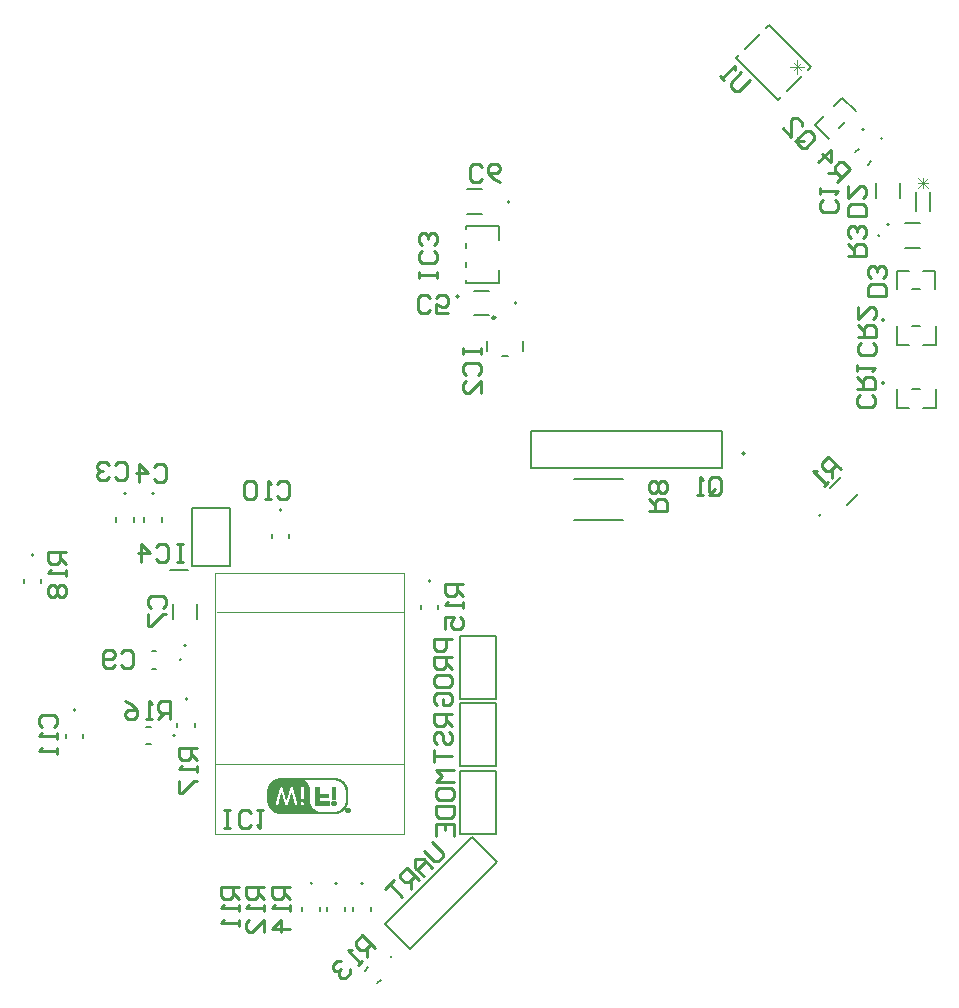
<source format=gbo>
G04 Layer_Color=32896*
%FSLAX44Y44*%
%MOMM*%
G71*
G01*
G75*
%ADD47C,0.2540*%
%ADD48C,0.1524*%
%ADD49C,0.1500*%
%ADD50C,0.2500*%
%ADD51C,0.1000*%
%ADD52C,0.0127*%
%ADD53C,0.2000*%
%ADD54C,0.0762*%
D47*
X218000Y275000D02*
Y290235D01*
X210382D01*
X207843Y287696D01*
Y282617D01*
X210382Y280078D01*
X218000D01*
X212922D02*
X207843Y275000D01*
X202765D02*
X197687D01*
X200226D01*
Y290235D01*
X202765Y287696D01*
X179912Y290235D02*
X184991Y287696D01*
X190069Y282617D01*
Y277539D01*
X187530Y275000D01*
X182451D01*
X179912Y277539D01*
Y280078D01*
X182451Y282617D01*
X190069D01*
X110304Y267843D02*
X107765Y270382D01*
Y275461D01*
X110304Y278000D01*
X120461D01*
X123000Y275461D01*
Y270382D01*
X120461Y267843D01*
X123000Y262765D02*
Y257687D01*
Y260226D01*
X107765D01*
X110304Y262765D01*
X123000Y250069D02*
Y244991D01*
Y247530D01*
X107765D01*
X110304Y250069D01*
X783000Y730000D02*
X793773Y740773D01*
X788386Y746159D01*
X784796D01*
X781205Y742568D01*
Y738977D01*
X786591Y733591D01*
X783000Y737182D02*
X775818D01*
X766841Y746159D02*
X777614Y756932D01*
Y746159D01*
X770432Y753341D01*
X171843Y489696D02*
X174382Y492235D01*
X179461D01*
X182000Y489696D01*
Y479539D01*
X179461Y477000D01*
X174382D01*
X171843Y479539D01*
X166765Y489696D02*
X164226Y492235D01*
X159147D01*
X156608Y489696D01*
Y487157D01*
X159147Y484618D01*
X161687D01*
X159147D01*
X156608Y482078D01*
Y479539D01*
X159147Y477000D01*
X164226D01*
X166765Y479539D01*
X204843Y488696D02*
X207383Y491235D01*
X212461D01*
X215000Y488696D01*
Y478539D01*
X212461Y476000D01*
X207383D01*
X204843Y478539D01*
X192147Y476000D02*
Y491235D01*
X199765Y483618D01*
X189608D01*
X176843Y330696D02*
X179382Y333235D01*
X184461D01*
X187000Y330696D01*
Y320539D01*
X184461Y318000D01*
X179382D01*
X176843Y320539D01*
X171765D02*
X169226Y318000D01*
X164147D01*
X161608Y320539D01*
Y330696D01*
X164147Y333235D01*
X169226D01*
X171765Y330696D01*
Y328157D01*
X169226Y325617D01*
X161608D01*
X309317Y473664D02*
X311856Y476203D01*
X316935D01*
X319474Y473664D01*
Y463507D01*
X316935Y460968D01*
X311856D01*
X309317Y463507D01*
X304239Y460968D02*
X299161D01*
X301700D01*
Y476203D01*
X304239Y473664D01*
X291543D02*
X289004Y476203D01*
X283925D01*
X281386Y473664D01*
Y463507D01*
X283925Y460968D01*
X289004D01*
X291543Y463507D01*
Y473664D01*
X241000Y250000D02*
X225765D01*
Y242383D01*
X228304Y239843D01*
X233382D01*
X235922Y242383D01*
Y250000D01*
Y244922D02*
X241000Y239843D01*
Y234765D02*
Y229687D01*
Y232226D01*
X225765D01*
X228304Y234765D01*
X225765Y222069D02*
Y211912D01*
X228304D01*
X238461Y222069D01*
X241000D01*
X130000Y416000D02*
X114765D01*
Y408382D01*
X117304Y405843D01*
X122382D01*
X124922Y408382D01*
Y416000D01*
Y410922D02*
X130000Y405843D01*
Y400765D02*
Y395687D01*
Y398226D01*
X114765D01*
X117304Y400765D01*
Y388069D02*
X114765Y385530D01*
Y380452D01*
X117304Y377912D01*
X119843D01*
X122382Y380452D01*
X124922Y377912D01*
X127461D01*
X130000Y380452D01*
Y385530D01*
X127461Y388069D01*
X124922D01*
X122382Y385530D01*
X119843Y388069D01*
X117304D01*
X122382Y385530D02*
Y380452D01*
X320000Y133000D02*
X304765D01*
Y125382D01*
X307304Y122843D01*
X312383D01*
X314922Y125382D01*
Y133000D01*
Y127922D02*
X320000Y122843D01*
Y117765D02*
Y112687D01*
Y115226D01*
X304765D01*
X307304Y117765D01*
X320000Y97451D02*
X304765D01*
X312383Y105069D01*
Y94912D01*
X392000Y81000D02*
X381227Y91773D01*
X375841Y86386D01*
Y82795D01*
X379432Y79205D01*
X383023D01*
X388409Y84591D01*
X384818Y81000D02*
Y73818D01*
X381227Y70227D02*
X377636Y66636D01*
X379432Y68432D01*
X368659Y79205D01*
X372250D01*
X363273Y70227D02*
X359682D01*
X356091Y66636D01*
Y63045D01*
X357886Y61250D01*
X361477D01*
X363273Y63045D01*
X361477Y61250D01*
Y57659D01*
X363273Y55863D01*
X366863D01*
X370454Y59454D01*
Y63045D01*
X466000Y389000D02*
X450765D01*
Y381382D01*
X453304Y378843D01*
X458382D01*
X460922Y381382D01*
Y389000D01*
Y383922D02*
X466000Y378843D01*
Y373765D02*
Y368687D01*
Y371226D01*
X450765D01*
X453304Y373765D01*
X450765Y350912D02*
Y361069D01*
X458382D01*
X455843Y355991D01*
Y353451D01*
X458382Y350912D01*
X463461D01*
X466000Y353451D01*
Y358530D01*
X463461Y361069D01*
X277000Y133000D02*
X261765D01*
Y125382D01*
X264304Y122843D01*
X269382D01*
X271922Y125382D01*
Y133000D01*
Y127922D02*
X277000Y122843D01*
Y117765D02*
Y112687D01*
Y115226D01*
X261765D01*
X264304Y117765D01*
X277000Y105069D02*
Y99991D01*
Y102530D01*
X261765D01*
X264304Y105069D01*
X298000Y133000D02*
X282765D01*
Y125382D01*
X285304Y122843D01*
X290382D01*
X292922Y125382D01*
Y133000D01*
Y127922D02*
X298000Y122843D01*
Y117765D02*
Y112687D01*
Y115226D01*
X282765D01*
X285304Y117765D01*
X298000Y94912D02*
Y105069D01*
X287843Y94912D01*
X285304D01*
X282765Y97451D01*
Y102530D01*
X285304Y105069D01*
X457500Y342500D02*
X442265D01*
Y334883D01*
X444804Y332343D01*
X449883D01*
X452422Y334883D01*
Y342500D01*
X457500Y327265D02*
X442265D01*
Y319647D01*
X444804Y317108D01*
X449883D01*
X452422Y319647D01*
Y327265D01*
Y322187D02*
X457500Y317108D01*
X442265Y304412D02*
Y309491D01*
X444804Y312030D01*
X454961D01*
X457500Y309491D01*
Y304412D01*
X454961Y301873D01*
X444804D01*
X442265Y304412D01*
X444804Y286638D02*
X442265Y289177D01*
Y294256D01*
X444804Y296795D01*
X454961D01*
X457500Y294256D01*
Y289177D01*
X454961Y286638D01*
X449883D01*
Y291716D01*
X264000Y182769D02*
X269078D01*
X266539D01*
Y198004D01*
X264000D01*
X269078D01*
X286852Y185308D02*
X284313Y182769D01*
X279235D01*
X276696Y185308D01*
Y195465D01*
X279235Y198004D01*
X284313D01*
X286852Y195465D01*
X291931Y198004D02*
X297009D01*
X294470D01*
Y182769D01*
X291931Y185308D01*
X459000Y232000D02*
X443765D01*
X448843Y226922D01*
X443765Y221843D01*
X459000D01*
X443765Y209147D02*
Y214226D01*
X446304Y216765D01*
X456461D01*
X459000Y214226D01*
Y209147D01*
X456461Y206608D01*
X446304D01*
X443765Y209147D01*
Y201530D02*
X459000D01*
Y193912D01*
X456461Y191373D01*
X446304D01*
X443765Y193912D01*
Y201530D01*
Y176138D02*
Y186295D01*
X459000D01*
Y176138D01*
X451382Y186295D02*
Y181216D01*
X457000Y279000D02*
X441765D01*
Y271383D01*
X444304Y268843D01*
X449383D01*
X451922Y271383D01*
Y279000D01*
Y273922D02*
X457000Y268843D01*
X444304Y253608D02*
X441765Y256147D01*
Y261226D01*
X444304Y263765D01*
X446843D01*
X449383Y261226D01*
Y256147D01*
X451922Y253608D01*
X454461D01*
X457000Y256147D01*
Y261226D01*
X454461Y263765D01*
X441765Y248530D02*
Y238373D01*
Y243451D01*
X457000D01*
X781696Y714157D02*
X784235Y711618D01*
Y706539D01*
X781696Y704000D01*
X771539D01*
X769000Y706539D01*
Y711618D01*
X771539Y714157D01*
X769000Y719235D02*
Y724313D01*
Y721774D01*
X784235D01*
X781696Y719235D01*
X440227Y170773D02*
X449204Y161796D01*
Y158204D01*
X445614Y154614D01*
X442023D01*
X433045Y163591D01*
X440227Y149227D02*
X433045Y156409D01*
X425863D01*
X425863Y149227D01*
X433045Y142045D01*
X427659Y147432D01*
X434841Y154614D01*
X429454Y138454D02*
X418681Y149227D01*
X413295Y143841D01*
Y140250D01*
X416886Y136659D01*
X420477D01*
X425863Y142045D01*
X422272Y138454D02*
Y131272D01*
X407909Y138454D02*
X400727Y131272D01*
X404318Y134863D01*
X415091Y124091D01*
X709270Y815643D02*
X700293Y806665D01*
X696702D01*
X693111Y810257D01*
Y813847D01*
X702088Y822825D01*
X687725Y815643D02*
X684134Y819234D01*
X685929Y817438D01*
X696702Y828211D01*
Y824620D01*
X624000Y451000D02*
X639235D01*
Y458618D01*
X636696Y461157D01*
X631618D01*
X629078Y458618D01*
Y451000D01*
Y456078D02*
X624000Y461157D01*
X636696Y466235D02*
X639235Y468774D01*
Y473853D01*
X636696Y476392D01*
X634157D01*
X631618Y473853D01*
X629078Y476392D01*
X626539D01*
X624000Y473853D01*
Y468774D01*
X626539Y466235D01*
X629078D01*
X631618Y468774D01*
X634157Y466235D01*
X636696D01*
X631618Y468774D02*
Y473853D01*
X792000Y667000D02*
X807235D01*
Y674617D01*
X804696Y677157D01*
X799617D01*
X797078Y674617D01*
Y667000D01*
Y672078D02*
X792000Y677157D01*
X804696Y682235D02*
X807235Y684774D01*
Y689853D01*
X804696Y692392D01*
X802157D01*
X799617Y689853D01*
Y687313D01*
Y689853D01*
X797078Y692392D01*
X794539D01*
X792000Y689853D01*
Y684774D01*
X794539Y682235D01*
X786172Y486385D02*
X775399Y497158D01*
X770012Y491771D01*
Y488180D01*
X773603Y484589D01*
X777194D01*
X782581Y489976D01*
X778990Y486385D02*
Y479203D01*
X775399Y475612D02*
X771808Y472021D01*
X773603Y473816D01*
X762831Y484589D01*
X766421D01*
X749614Y765977D02*
X756795Y773159D01*
X760386D01*
X763977Y769568D01*
Y765977D01*
X756796Y758795D01*
X753204D01*
X749614Y762386D01*
X755000Y764182D02*
X747818D01*
X749614Y762386D02*
Y765977D01*
X737045Y774955D02*
X744227Y767773D01*
Y782137D01*
X746023Y783932D01*
X749614D01*
X753204Y780341D01*
Y776750D01*
X674843Y467539D02*
Y477696D01*
X677383Y480235D01*
X682461D01*
X685000Y477696D01*
Y467539D01*
X682461Y465000D01*
X677383D01*
X679922Y470078D02*
X674843Y465000D01*
X677383D02*
X674843Y467539D01*
X669765Y465000D02*
X664687D01*
X667226D01*
Y480235D01*
X669765Y477696D01*
X444235Y648000D02*
Y653078D01*
Y650539D01*
X429000D01*
Y648000D01*
Y653078D01*
X441696Y670853D02*
X444235Y668313D01*
Y663235D01*
X441696Y660696D01*
X431539D01*
X429000Y663235D01*
Y668313D01*
X431539Y670853D01*
X441696Y675931D02*
X444235Y678470D01*
Y683549D01*
X441696Y686088D01*
X439157D01*
X436618Y683549D01*
Y681009D01*
Y683549D01*
X434078Y686088D01*
X431539D01*
X429000Y683549D01*
Y678470D01*
X431539Y675931D01*
X466765Y589000D02*
Y583922D01*
Y586461D01*
X482000D01*
Y589000D01*
Y583922D01*
X469304Y566147D02*
X466765Y568687D01*
Y573765D01*
X469304Y576304D01*
X479461D01*
X482000Y573765D01*
Y568687D01*
X479461Y566147D01*
X482000Y550912D02*
Y561069D01*
X471843Y550912D01*
X469304D01*
X466765Y553451D01*
Y558530D01*
X469304Y561069D01*
X824735Y633000D02*
X809500D01*
Y640618D01*
X812039Y643157D01*
X822196D01*
X824735Y640618D01*
Y633000D01*
X822196Y648235D02*
X824735Y650774D01*
Y655853D01*
X822196Y658392D01*
X819657D01*
X817117Y655853D01*
Y653313D01*
Y655853D01*
X814578Y658392D01*
X812039D01*
X809500Y655853D01*
Y650774D01*
X812039Y648235D01*
X807235Y701000D02*
X792000D01*
Y708617D01*
X794539Y711157D01*
X804696D01*
X807235Y708617D01*
Y701000D01*
X792000Y726392D02*
Y716235D01*
X802157Y726392D01*
X804696D01*
X807235Y723853D01*
Y718774D01*
X804696Y716235D01*
X812696Y549157D02*
X815235Y546618D01*
Y541539D01*
X812696Y539000D01*
X802539D01*
X800000Y541539D01*
Y546618D01*
X802539Y549157D01*
X800000Y554235D02*
X815235D01*
Y561853D01*
X812696Y564392D01*
X807617D01*
X805078Y561853D01*
Y554235D01*
Y559313D02*
X800000Y564392D01*
Y569470D02*
Y574548D01*
Y572009D01*
X815235D01*
X812696Y569470D01*
X202304Y368843D02*
X199765Y371382D01*
Y376461D01*
X202304Y379000D01*
X212461D01*
X215000Y376461D01*
Y371382D01*
X212461Y368843D01*
X199765Y363765D02*
Y353608D01*
X202304D01*
X212461Y363765D01*
X215000D01*
X482157Y732304D02*
X479618Y729765D01*
X474539D01*
X472000Y732304D01*
Y742461D01*
X474539Y745000D01*
X479618D01*
X482157Y742461D01*
X497392Y729765D02*
X492313Y732304D01*
X487235Y737383D01*
Y742461D01*
X489774Y745000D01*
X494853D01*
X497392Y742461D01*
Y739922D01*
X494853Y737383D01*
X487235D01*
X438157Y621304D02*
X435617Y618765D01*
X430539D01*
X428000Y621304D01*
Y631461D01*
X430539Y634000D01*
X435617D01*
X438157Y631461D01*
X453392Y618765D02*
X443235D01*
Y626382D01*
X448313Y623843D01*
X450853D01*
X453392Y626382D01*
Y631461D01*
X450853Y634000D01*
X445774D01*
X443235Y631461D01*
X813696Y593157D02*
X816235Y590617D01*
Y585539D01*
X813696Y583000D01*
X803539D01*
X801000Y585539D01*
Y590617D01*
X803539Y593157D01*
X801000Y598235D02*
X816235D01*
Y605853D01*
X813696Y608392D01*
X808617D01*
X806078Y605853D01*
Y598235D01*
Y603313D02*
X801000Y608392D01*
Y623627D02*
Y613470D01*
X811157Y623627D01*
X813696D01*
X816235Y621088D01*
Y616009D01*
X813696Y613470D01*
X229000Y423235D02*
X223922D01*
X226461D01*
Y408000D01*
X229000D01*
X223922D01*
X206147Y420696D02*
X208687Y423235D01*
X213765D01*
X216304Y420696D01*
Y410539D01*
X213765Y408000D01*
X208687D01*
X206147Y410539D01*
X193451Y408000D02*
Y423235D01*
X201069Y415617D01*
X190912D01*
D48*
X222677Y261000D02*
G03*
X222677Y261000I-762J0D01*
G01*
X138262Y282415D02*
G03*
X138262Y282415I-762J0D01*
G01*
X821508Y766496D02*
G03*
X821508Y766496I-762J0D01*
G01*
X180762Y465915D02*
G03*
X180762Y465915I-762J0D01*
G01*
X204762D02*
G03*
X204762Y465915I-762J0D01*
G01*
X227677Y325000D02*
G03*
X227677Y325000I-762J0D01*
G01*
X312762Y451915D02*
G03*
X312762Y451915I-762J0D01*
G01*
X232762Y291915D02*
G03*
X232762Y291915I-762J0D01*
G01*
X102762Y413915D02*
G03*
X102762Y413915I-762J0D01*
G01*
X381762Y135915D02*
G03*
X381762Y135915I-762J0D01*
G01*
X406258Y73496D02*
G03*
X406258Y73496I-762J0D01*
G01*
X438762Y391915D02*
G03*
X438762Y391915I-762J0D01*
G01*
X338762Y135915D02*
G03*
X338762Y135915I-762J0D01*
G01*
X359762D02*
G03*
X359762Y135915I-762J0D01*
G01*
X769327Y447565D02*
G03*
X769327Y447565I-762J0D01*
G01*
X705295Y500000D02*
G03*
X705295Y500000I-1270J0D01*
G01*
X505662Y713000D02*
G03*
X505662Y713000I-762J0D01*
G01*
X463061Y632313D02*
G03*
X463061Y632313I-1270J0D01*
G01*
X511662Y627000D02*
G03*
X511662Y627000I-762J0D01*
G01*
X826762Y693600D02*
G03*
X826762Y693600I-762J0D01*
G01*
X819112Y684250D02*
G03*
X819112Y684250I-762J0D01*
G01*
X805911Y773821D02*
G03*
X805911Y773821I-762J0D01*
G01*
X823330Y559544D02*
G03*
X823330Y559544I-1270J0D01*
G01*
Y613044D02*
G03*
X823330Y613044I-1270J0D01*
G01*
X231762Y337100D02*
G03*
X231762Y337100I-762J0D01*
G01*
X198123Y268493D02*
X201877D01*
X198123Y253507D02*
X201877D01*
X130007Y258622D02*
Y262377D01*
X144993Y258622D02*
Y262377D01*
X798624Y754971D02*
X801279Y757626D01*
X809221Y744374D02*
X811876Y747029D01*
X172507Y442122D02*
Y445877D01*
X187493Y442122D02*
Y445877D01*
X196507Y442122D02*
Y445877D01*
X211493Y442122D02*
Y445877D01*
X203123Y332493D02*
X206877D01*
X203123Y317507D02*
X206877D01*
X304507Y428122D02*
Y431878D01*
X319493Y428122D02*
Y431878D01*
X224507Y268123D02*
Y271877D01*
X239493Y268123D02*
Y271877D01*
X94507Y390122D02*
Y393877D01*
X109493Y390122D02*
Y393877D01*
X373507Y115878D02*
X373507Y112122D01*
X388493Y115878D02*
X388493Y112122D01*
X383374Y61971D02*
X386029Y64626D01*
X393971Y51374D02*
X396626Y54029D01*
X430507Y371878D02*
X430507Y368122D01*
X445493Y371878D02*
X445493Y368122D01*
X330507Y112122D02*
Y115878D01*
X345493Y112122D02*
Y115878D01*
X351507Y112122D02*
Y115878D01*
X366493Y112122D02*
Y115878D01*
X723004Y860168D02*
X725572Y862736D01*
X697553Y834718D02*
X733295Y798976D01*
X697553Y834718D02*
X700121Y837286D01*
X725572Y862736D02*
X761313Y826995D01*
X758745Y824427D02*
X761313Y826995D01*
X740785Y806466D02*
X753823Y819505D01*
X733295Y798976D02*
X735863Y801544D01*
X705043Y842208D02*
X718082Y855246D01*
X777255Y470803D02*
X786197Y479745D01*
X791803Y456255D02*
X800745Y465197D01*
X560200Y443728D02*
X601800Y443728D01*
X560200Y478272D02*
X601800Y478272D01*
X685600Y487300D02*
Y519050D01*
X524310D02*
X685600D01*
X524310Y487300D02*
Y519050D01*
Y487300D02*
X685600D01*
X469678Y723287D02*
X482323D01*
X469678Y702713D02*
X482323D01*
X497224Y643743D02*
Y655279D01*
X468776Y643743D02*
Y646560D01*
Y692257D02*
X497224D01*
Y680721D02*
Y692257D01*
X468776Y643743D02*
X497224D01*
X468776Y658040D02*
Y661879D01*
Y674121D02*
Y677960D01*
Y689440D02*
Y692257D01*
X475677Y616713D02*
X488322D01*
X475677Y637287D02*
X488322D01*
X836287Y716178D02*
Y728822D01*
X815713Y716178D02*
Y728822D01*
X865748Y639191D02*
Y654685D01*
X834252Y654685D02*
X843879Y654685D01*
X834252Y639191D02*
Y654685D01*
X846621Y639191D02*
X853379D01*
X856121Y654685D02*
X865748Y654685D01*
X840928Y673963D02*
X853572D01*
X840928Y694537D02*
X853572D01*
X780184Y793858D02*
X787408Y801082D01*
X785123Y775449D02*
X790051Y780377D01*
X764418Y778092D02*
X776092Y766418D01*
X764418Y778092D02*
X771642Y785316D01*
X787408Y801082D02*
X799082Y789408D01*
X833490Y554591D02*
X833490Y538081D01*
X856167D02*
X866510D01*
X866510Y554591D01*
X846667D02*
X853333D01*
X833490Y538081D02*
X843833D01*
X833490Y608091D02*
X833490Y591581D01*
X856167D02*
X866510D01*
X866510Y608091D01*
X846667D02*
X853333D01*
X833490Y591581D02*
X843833D01*
X861715Y705253D02*
Y720747D01*
X850285Y705253D02*
Y720747D01*
X241287Y359678D02*
Y372323D01*
X220713Y359678D02*
Y372323D01*
D49*
X494250Y291850D02*
X494250Y345200D01*
X464250Y345200D02*
X494250Y345200D01*
X464250Y291850D02*
Y345200D01*
Y291850D02*
X494250D01*
X494250Y177750D02*
Y231100D01*
X464250D02*
X494250D01*
X464250Y177750D02*
Y231100D01*
Y177750D02*
X494250D01*
X494250Y234850D02*
X494250Y288200D01*
X464250Y288200D02*
X494250Y288200D01*
X464250Y234850D02*
Y288200D01*
Y234850D02*
X494250D01*
X421605Y80392D02*
X495286Y154073D01*
X400392Y101605D02*
X474072Y175286D01*
X400392Y101605D02*
X421605Y80392D01*
X474108Y175321D02*
X495321Y154108D01*
D50*
X493750Y614750D02*
G03*
X493750Y614750I-1250J0D01*
G01*
D51*
X416778Y177670D02*
Y398170D01*
X256778D02*
X416778D01*
X256778Y177670D02*
X256778Y398170D01*
X256270Y385568D02*
X256778Y385060D01*
Y177670D02*
X416778D01*
X257794Y365670D02*
X416778D01*
X256778Y236670D02*
X416778D01*
D52*
X311007Y224913D02*
X357997D01*
X310118Y224786D02*
X359013D01*
X309483Y224659D02*
X359521Y224659D01*
X308975Y224532D02*
X360029Y224532D01*
X308594Y224405D02*
X360410Y224405D01*
X308213Y224278D02*
X360791D01*
X307832Y224151D02*
X361172Y224151D01*
X307578Y224024D02*
X361426Y224024D01*
X307324Y223897D02*
X361680Y223897D01*
X358251Y223770D02*
X361934Y223770D01*
X307070D02*
X331200D01*
X359140Y223643D02*
X362188Y223643D01*
X306816Y223643D02*
X331327D01*
X359775Y223516D02*
X362442Y223516D01*
X306562D02*
X331581D01*
X360156Y223389D02*
X362696Y223389D01*
X306308D02*
X331708D01*
X360537Y223262D02*
X362950Y223262D01*
X306054D02*
X331835D01*
X360918Y223135D02*
X363077D01*
X305927D02*
X331962D01*
X361172Y223008D02*
X363331D01*
X305673D02*
X332089D01*
X361426Y222881D02*
X363458Y222881D01*
X305546Y222881D02*
X332216Y222881D01*
X361680Y222754D02*
X363585Y222754D01*
X305292Y222754D02*
X332343Y222754D01*
X361934Y222627D02*
X363839D01*
X305165Y222627D02*
X332470Y222627D01*
X362188Y222500D02*
X363966D01*
X305038Y222500D02*
X332597D01*
X362442Y222373D02*
X364093Y222373D01*
X304911Y222373D02*
X332724D01*
X362569Y222246D02*
X364220Y222246D01*
X304784Y222246D02*
X332851D01*
X362823Y222119D02*
X364474D01*
X304530D02*
X332978Y222119D01*
X362950Y221992D02*
X364601D01*
X304403D02*
X333105D01*
X363077Y221865D02*
X364728D01*
X304276D02*
X333105D01*
X363331Y221738D02*
X364855Y221738D01*
X304149Y221738D02*
X333232Y221738D01*
X363458Y221611D02*
X364982Y221611D01*
X304022Y221611D02*
X333359Y221611D01*
X363585Y221484D02*
X365109Y221484D01*
X303895D02*
X333486Y221484D01*
X363712Y221357D02*
X365236D01*
X303768D02*
X333613D01*
X363839Y221230D02*
X365363D01*
X303641D02*
X333613D01*
X364093Y221103D02*
X365490D01*
X303514Y221103D02*
X333740Y221103D01*
X364220Y220976D02*
X365490Y220976D01*
X303387D02*
X333867Y220976D01*
X364347Y220849D02*
X365617Y220849D01*
X303387Y220849D02*
X333867Y220849D01*
X364474Y220722D02*
X365744D01*
X303260Y220722D02*
X333994Y220722D01*
X364474Y220595D02*
X365871Y220595D01*
X303133Y220595D02*
X334121Y220595D01*
X364601Y220468D02*
X365998Y220468D01*
X303006Y220468D02*
X334121Y220468D01*
X364728Y220341D02*
X365998D01*
X303006Y220341D02*
X334248D01*
X364855Y220214D02*
X366125D01*
X302879Y220214D02*
X334375D01*
X364982Y220087D02*
X366252D01*
X302752D02*
X334375D01*
X365109Y219960D02*
X366379D01*
X302625D02*
X334502D01*
X365109Y219833D02*
X366379Y219833D01*
X302625D02*
X334502D01*
X365236Y219706D02*
X366506Y219706D01*
X302498Y219706D02*
X334629D01*
X365363Y219579D02*
X366633D01*
X302371Y219579D02*
X334629D01*
X365490Y219452D02*
X366633D01*
X302371D02*
X334756D01*
X365490Y219325D02*
X366760D01*
X302244D02*
X334756D01*
X365617Y219198D02*
X366760D01*
X302244D02*
X334883D01*
X365744Y219071D02*
X366887D01*
X302117D02*
X334883D01*
X365744Y218944D02*
X366887Y218944D01*
X301990Y218944D02*
X335010Y218944D01*
X365871Y218817D02*
X367014Y218817D01*
X301990D02*
X335010D01*
X365871Y218690D02*
X367014Y218690D01*
X301863D02*
X335010D01*
X365998Y218563D02*
X367141Y218563D01*
X301863Y218563D02*
X335137Y218563D01*
X365998Y218436D02*
X367141D01*
X301736D02*
X335137Y218436D01*
X366125Y218309D02*
X367268D01*
X301736D02*
X335264Y218309D01*
X366125Y218182D02*
X367268Y218182D01*
X301736Y218182D02*
X335264Y218182D01*
X366252Y218055D02*
X367395Y218055D01*
X301609Y218055D02*
X335264Y218055D01*
X366252Y217928D02*
X367395D01*
X301609Y217928D02*
X335391D01*
X366379Y217801D02*
X367522Y217801D01*
X358251D02*
X358378Y217801D01*
X355838Y217801D02*
X357870Y217801D01*
X355330Y217801D02*
X355584D01*
X341487Y217801D02*
X344662Y217801D01*
X331454Y217801D02*
X335391Y217801D01*
X322310D02*
X328279Y217801D01*
X320024Y217801D02*
X320278D01*
X319770Y217801D02*
X319897Y217801D01*
X313166Y217801D02*
X319516Y217801D01*
X311007Y217801D02*
X311134Y217801D01*
X301482Y217801D02*
X310753D01*
X366379Y217674D02*
X367522D01*
X355076D02*
X358378D01*
X341233D02*
X344662D01*
X331454D02*
X335391D01*
X322310D02*
X328152D01*
X313420D02*
X319516Y217674D01*
X301482Y217674D02*
X310626D01*
X366506Y217547D02*
X367522D01*
X355076D02*
X358378D01*
X341233D02*
X344662D01*
X331454D02*
X335518D01*
X322437D02*
X328152D01*
X313420D02*
X319516D01*
X301482D02*
X310626D01*
X366506Y217420D02*
X367649D01*
X355076D02*
X358378D01*
X341233D02*
X344662D01*
X331454D02*
X335518Y217420D01*
X322437Y217420D02*
X328152D01*
X313420D02*
X319389D01*
X301355D02*
X310626D01*
X366506Y217293D02*
X367649D01*
X355076D02*
X358378D01*
X341233D02*
X344662Y217293D01*
X331454Y217293D02*
X335518D01*
X322437D02*
X328279D01*
X313547D02*
X319389D01*
X301355D02*
X310499D01*
X366633Y217166D02*
X367649D01*
X355076D02*
X358378D01*
X341233Y217166D02*
X344662Y217166D01*
X331454Y217166D02*
X335518D01*
X322437D02*
X328279Y217166D01*
X313547D02*
X319389D01*
X301228D02*
X310499D01*
X366633Y217039D02*
X367776Y217039D01*
X355076D02*
X358378D01*
X341233D02*
X344662Y217039D01*
X331454Y217039D02*
X335645Y217039D01*
X322564D02*
X328152Y217039D01*
X313547D02*
X319262D01*
X301228Y217039D02*
X310499D01*
X366633Y216912D02*
X367776D01*
X355076Y216912D02*
X358378Y216912D01*
X341233Y216912D02*
X344662Y216912D01*
X331454Y216912D02*
X335645Y216912D01*
X322564D02*
X328152Y216912D01*
X313674D02*
X319262Y216912D01*
X301228Y216912D02*
X310499Y216912D01*
X366760Y216785D02*
X367776D01*
X355076Y216785D02*
X358378D01*
X341233D02*
X344662Y216785D01*
X331454D02*
X335645D01*
X322564D02*
X328152Y216785D01*
X313674D02*
X319262Y216785D01*
X301228Y216785D02*
X310372Y216785D01*
X366760Y216658D02*
X367903Y216658D01*
X355076Y216658D02*
X358378Y216658D01*
X341233Y216658D02*
X344662D01*
X331454D02*
X335645Y216658D01*
X322564D02*
X328152D01*
X313674Y216658D02*
X319262Y216658D01*
X301101D02*
X310372D01*
X366760Y216531D02*
X367903Y216531D01*
X355076Y216531D02*
X358378Y216531D01*
X341233D02*
X344662Y216531D01*
X331454Y216531D02*
X335772Y216531D01*
X322691D02*
X328152D01*
X313674D02*
X319135D01*
X301101Y216531D02*
X310372D01*
X366887Y216404D02*
X367903D01*
X355076D02*
X358378D01*
X341233D02*
X344662D01*
X331454D02*
X335772D01*
X322691D02*
X328152D01*
X313801D02*
X319135D01*
X301101Y216404D02*
X310245Y216404D01*
X366887Y216277D02*
X367903Y216277D01*
X355076Y216277D02*
X358378Y216277D01*
X341233D02*
X344662Y216277D01*
X331454Y216277D02*
X335772Y216277D01*
X322691D02*
X328152D01*
X313801Y216277D02*
X319135Y216277D01*
X300974Y216277D02*
X310245D01*
X366887Y216150D02*
X368030Y216150D01*
X355076Y216150D02*
X358378Y216150D01*
X341233Y216150D02*
X344662Y216150D01*
X331454Y216150D02*
X335772Y216150D01*
X322818Y216150D02*
X328152Y216150D01*
X313801Y216150D02*
X319008D01*
X300974Y216150D02*
X310245D01*
X366887Y216023D02*
X368030D01*
X355076D02*
X358378Y216023D01*
X341233Y216023D02*
X344662Y216023D01*
X331454Y216023D02*
X335772Y216023D01*
X322818Y216023D02*
X328152Y216023D01*
X313928Y216023D02*
X319008D01*
X300974D02*
X310245D01*
X367014Y215896D02*
X368030Y215896D01*
X355076Y215896D02*
X358378Y215896D01*
X341233D02*
X344662Y215896D01*
X331454Y215896D02*
X335899Y215896D01*
X322818D02*
X328152Y215896D01*
X313928Y215896D02*
X319008Y215896D01*
X300974Y215896D02*
X310118D01*
X367014Y215769D02*
X368030Y215769D01*
X355076Y215769D02*
X358378D01*
X341233D02*
X344662D01*
X331454D02*
X335899D01*
X322818D02*
X328152D01*
X313928Y215769D02*
X319008Y215769D01*
X300974D02*
X310118D01*
X367014Y215642D02*
X368030D01*
X355076D02*
X358378D01*
X341233D02*
X344662D01*
X331454D02*
X335899D01*
X322945D02*
X328152D01*
X313928D02*
X318881D01*
X300847D02*
X310118D01*
X367014Y215515D02*
X368157D01*
X355076D02*
X358378D01*
X341233D02*
X344662D01*
X331454D02*
X335899D01*
X322945D02*
X328152D01*
X314055D02*
X318881D01*
X300847D02*
X310118D01*
X367014Y215388D02*
X368157Y215388D01*
X355076D02*
X358378D01*
X341233D02*
X344662Y215388D01*
X331454Y215388D02*
X335899D01*
X322945D02*
X328152D01*
X314055D02*
X318881D01*
X300847D02*
X309991D01*
X367141Y215261D02*
X368157Y215261D01*
X355076D02*
X358378D01*
X341233Y215261D02*
X344662Y215261D01*
X331454Y215261D02*
X335899Y215261D01*
X322945D02*
X328152Y215261D01*
X314055Y215261D02*
X318754Y215261D01*
X300847Y215261D02*
X309991D01*
X367141Y215134D02*
X368157Y215134D01*
X355076D02*
X358378D01*
X341233D02*
X344662Y215134D01*
X331454Y215134D02*
X335899Y215134D01*
X323072Y215134D02*
X328152D01*
X314182D02*
X318754Y215134D01*
X300847Y215134D02*
X309991D01*
X367141Y215007D02*
X368157D01*
X355076D02*
X358378Y215007D01*
X341233Y215007D02*
X344662Y215007D01*
X331454Y215007D02*
X335899Y215007D01*
X323072D02*
X328152Y215007D01*
X314182Y215007D02*
X318754D01*
X300847D02*
X309991D01*
X367141Y214880D02*
X368157Y214880D01*
X355076D02*
X358378D01*
X341233D02*
X344662Y214880D01*
X331454D02*
X336026Y214880D01*
X323072Y214880D02*
X328152Y214880D01*
X314182Y214880D02*
X318627Y214880D01*
X300847D02*
X309864D01*
X367141Y214753D02*
X368284Y214753D01*
X355076Y214753D02*
X358378Y214753D01*
X341233Y214753D02*
X344662Y214753D01*
X331454Y214753D02*
X336026D01*
X323072Y214753D02*
X328152D01*
X314182D02*
X318627Y214753D01*
X300720Y214753D02*
X309864Y214753D01*
X367141Y214626D02*
X368284Y214626D01*
X355076D02*
X358378Y214626D01*
X341233D02*
X344662Y214626D01*
X331454D02*
X336026Y214626D01*
X323199Y214626D02*
X328152Y214626D01*
X314309D02*
X318627D01*
X300720Y214626D02*
X309864Y214626D01*
X367141Y214499D02*
X368284D01*
X355076D02*
X358378D01*
X341233D02*
X344662D01*
X331454D02*
X336026D01*
X323199D02*
X328152D01*
X314309D02*
X318627D01*
X300720D02*
X309737Y214499D01*
X367141Y214372D02*
X368284D01*
X355076D02*
X358378Y214372D01*
X341233D02*
X344662Y214372D01*
X331454Y214372D02*
X336026Y214372D01*
X323199Y214372D02*
X328152Y214372D01*
X314309Y214372D02*
X318500Y214372D01*
X300720Y214372D02*
X309737D01*
X367141Y214245D02*
X368284Y214245D01*
X355076D02*
X358378D01*
X341233Y214245D02*
X344662Y214245D01*
X331454Y214245D02*
X336026Y214245D01*
X323199D02*
X328152Y214245D01*
X314436Y214245D02*
X318500D01*
X300720Y214245D02*
X309737Y214245D01*
X367141Y214118D02*
X368284D01*
X355076D02*
X358378Y214118D01*
X341233Y214118D02*
X344662Y214118D01*
X331454Y214118D02*
X336026Y214118D01*
X323326Y214118D02*
X328152Y214118D01*
X314436Y214118D02*
X318500D01*
X300720Y214118D02*
X309737D01*
X367141Y213991D02*
X368284Y213991D01*
X355076D02*
X358378Y213991D01*
X341233D02*
X344662Y213991D01*
X331454Y213991D02*
X336026Y213991D01*
X323326D02*
X328152Y213991D01*
X314436Y213991D02*
X318373D01*
X300720D02*
X309610Y213991D01*
X367141Y213864D02*
X368284D01*
X355076D02*
X358378D01*
X341233D02*
X344662D01*
X331454D02*
X336026D01*
X323326D02*
X328152D01*
X314436D02*
X318373D01*
X300720Y213864D02*
X309610Y213864D01*
X367141Y213737D02*
X368284D01*
X355076D02*
X358378D01*
X341233D02*
X344662D01*
X331454D02*
X336026D01*
X323453D02*
X328152D01*
X314563D02*
X318373D01*
X300720D02*
X309610D01*
X367141Y213610D02*
X368284Y213610D01*
X355076D02*
X358378D01*
X341233D02*
X344662D01*
X331454D02*
X336026D01*
X323453D02*
X328152D01*
X314563D02*
X318373D01*
X300720D02*
X309610D01*
X367141Y213483D02*
X368284D01*
X355076D02*
X358378D01*
X341233D02*
X344662Y213483D01*
X331454Y213483D02*
X336026D01*
X323453D02*
X328152D01*
X314563D02*
X318246D01*
X300720D02*
X309483Y213483D01*
X367141Y213356D02*
X368284Y213356D01*
X355076D02*
X358378D01*
X341233Y213356D02*
X344662Y213356D01*
X331454Y213356D02*
X336026Y213356D01*
X323453Y213356D02*
X328152Y213356D01*
X314690Y213356D02*
X318246D01*
X300720Y213356D02*
X309483D01*
X367141Y213229D02*
X368284Y213229D01*
X355076D02*
X358378D01*
X341233D02*
X344662Y213229D01*
X331454Y213229D02*
X336026Y213229D01*
X323580Y213229D02*
X328152Y213229D01*
X314690Y213229D02*
X318246D01*
X300720Y213229D02*
X309483D01*
X367141Y213102D02*
X368284Y213102D01*
X355076D02*
X358378Y213102D01*
X341233Y213102D02*
X344662D01*
X331454D02*
X336026Y213102D01*
X323580Y213102D02*
X328152Y213102D01*
X314690D02*
X318246D01*
X300720Y213102D02*
X309483D01*
X367141Y212975D02*
X368284Y212975D01*
X355076D02*
X358378D01*
X341233D02*
X344662Y212975D01*
X331454D02*
X336026Y212975D01*
X323580D02*
X328152D01*
X314690Y212975D02*
X318119Y212975D01*
X300720D02*
X309356D01*
X367141Y212848D02*
X368284Y212848D01*
X355076D02*
X358378D01*
X341233Y212848D02*
X344662Y212848D01*
X331454Y212848D02*
X336026D01*
X323580D02*
X328152D01*
X314817Y212848D02*
X318119Y212848D01*
X300720Y212848D02*
X309356D01*
X367141Y212721D02*
X368284Y212721D01*
X355076D02*
X358378Y212721D01*
X341233D02*
X344662Y212721D01*
X331454D02*
X336026Y212721D01*
X323707Y212721D02*
X328152Y212721D01*
X314817D02*
X318119Y212721D01*
X300720D02*
X309356Y212721D01*
X367141Y212594D02*
X368284D01*
X355076D02*
X358378D01*
X341233D02*
X344662D01*
X331454D02*
X336026D01*
X323707D02*
X328152D01*
X314817Y212594D02*
X317992Y212594D01*
X300720D02*
X309229Y212594D01*
X367141Y212467D02*
X368284D01*
X355076D02*
X358378Y212467D01*
X341233D02*
X344662Y212467D01*
X331454Y212467D02*
X336026D01*
X323707D02*
X328152Y212467D01*
X314944Y212467D02*
X317992Y212467D01*
X300720D02*
X309229Y212467D01*
X367141Y212340D02*
X368284Y212340D01*
X355076D02*
X358378D01*
X341233Y212340D02*
X344662Y212340D01*
X331454Y212340D02*
X336026Y212340D01*
X323707Y212340D02*
X328152Y212340D01*
X320786Y212340D02*
X320913Y212340D01*
X314944Y212340D02*
X317992D01*
X300720Y212340D02*
X309229Y212340D01*
X367141Y212213D02*
X368284D01*
X355076D02*
X358378Y212213D01*
X341233Y212213D02*
X344662Y212213D01*
X331454Y212213D02*
X336026Y212213D01*
X323834D02*
X328152Y212213D01*
X320786Y212213D02*
X320913Y212213D01*
X314944Y212213D02*
X317865Y212213D01*
X300720Y212213D02*
X309229Y212213D01*
X367141Y212086D02*
X368284Y212086D01*
X355076D02*
X358378Y212086D01*
X341233D02*
X344662Y212086D01*
X331454Y212086D02*
X336026Y212086D01*
X323834Y212086D02*
X328152D01*
X320786D02*
X321040Y212086D01*
X315071Y212086D02*
X317865Y212086D01*
X300720Y212086D02*
X309102D01*
X367141Y211959D02*
X368284D01*
X355076D02*
X358378D01*
X341233D02*
X344662D01*
X331454D02*
X336026D01*
X323834D02*
X328152D01*
X320786D02*
X321040D01*
X315071D02*
X317865D01*
X312150D02*
X312277D01*
X300720D02*
X309102D01*
X367141Y211832D02*
X368284D01*
X355076D02*
X358378D01*
X341233D02*
X344662D01*
X331454D02*
X336026D01*
X323834D02*
X328152D01*
X320659D02*
X321040D01*
X315071D02*
X317865D01*
X312023D02*
X312277D01*
X300720D02*
X309102D01*
X367141Y211705D02*
X368284Y211705D01*
X355076D02*
X358378D01*
X341233Y211705D02*
X352282Y211705D01*
X331454D02*
X336026D01*
X323961D02*
X328152D01*
X320659D02*
X321040D01*
X315071D02*
X317738D01*
X312023D02*
X312277D01*
X300720D02*
X309102Y211705D01*
X367141Y211578D02*
X368284D01*
X355076D02*
X358378D01*
X341233D02*
X352282Y211578D01*
X331454Y211578D02*
X336026D01*
X323961Y211578D02*
X328152Y211578D01*
X320659Y211578D02*
X321167Y211578D01*
X315198D02*
X317738D01*
X312023D02*
X312404D01*
X300720D02*
X308975Y211578D01*
X367141Y211451D02*
X368284Y211451D01*
X355076D02*
X358378D01*
X341233Y211451D02*
X352282Y211451D01*
X331454Y211451D02*
X336026Y211451D01*
X323961Y211451D02*
X328152Y211451D01*
X320532D02*
X321167Y211451D01*
X315198D02*
X317738D01*
X312023D02*
X312404D01*
X300720D02*
X308975Y211451D01*
X367141Y211324D02*
X368284Y211324D01*
X355076D02*
X358378D01*
X341233Y211324D02*
X352282D01*
X331454D02*
X336026Y211324D01*
X324088Y211324D02*
X328152Y211324D01*
X320532D02*
X321167D01*
X315198D02*
X317611D01*
X311896D02*
X312404D01*
X300720D02*
X308975D01*
X367141Y211197D02*
X368284Y211197D01*
X355076D02*
X358378Y211197D01*
X341233Y211197D02*
X352282D01*
X331454D02*
X336026Y211197D01*
X324088Y211197D02*
X328152D01*
X320532D02*
X321167Y211197D01*
X315325Y211197D02*
X317611Y211197D01*
X311896D02*
X312404Y211197D01*
X300720Y211197D02*
X308848Y211197D01*
X367141Y211070D02*
X368284Y211070D01*
X355076D02*
X358378D01*
X341233D02*
X352282Y211070D01*
X331454D02*
X336026Y211070D01*
X324088Y211070D02*
X328152Y211070D01*
X320532D02*
X321167Y211070D01*
X315325Y211070D02*
X317611D01*
X311896Y211070D02*
X312531D01*
X300720Y211070D02*
X308848Y211070D01*
X367141Y210943D02*
X368284Y210943D01*
X355076D02*
X358378D01*
X341233D02*
X352282Y210943D01*
X331454Y210943D02*
X336026D01*
X324088Y210943D02*
X328152Y210943D01*
X320405Y210943D02*
X321294Y210943D01*
X315325D02*
X317611Y210943D01*
X311896D02*
X312531D01*
X300720D02*
X308848Y210943D01*
X367141Y210816D02*
X368284Y210816D01*
X355076D02*
X358378Y210816D01*
X341233D02*
X352282D01*
X331454Y210816D02*
X336026Y210816D01*
X324215D02*
X328152D01*
X320405Y210816D02*
X321294D01*
X315325Y210816D02*
X317484D01*
X311896Y210816D02*
X312531D01*
X300720D02*
X308848D01*
X367141Y210689D02*
X368284Y210689D01*
X355076D02*
X358378D01*
X341233D02*
X352282Y210689D01*
X331454Y210689D02*
X336026D01*
X324215Y210689D02*
X328152Y210689D01*
X320405D02*
X321294D01*
X315452Y210689D02*
X317484Y210689D01*
X311769D02*
X312658D01*
X300720D02*
X308721D01*
X367141Y210562D02*
X368284Y210562D01*
X355076D02*
X358378D01*
X341233Y210562D02*
X352282Y210562D01*
X331454Y210562D02*
X336026Y210562D01*
X324215Y210562D02*
X328152Y210562D01*
X320405Y210562D02*
X321294Y210562D01*
X315452D02*
X317484D01*
X311769D02*
X312658Y210562D01*
X300720Y210562D02*
X308721D01*
X367141Y210435D02*
X368284Y210435D01*
X355076D02*
X358378D01*
X341233Y210435D02*
X352282Y210435D01*
X331454Y210435D02*
X336026Y210435D01*
X324215Y210435D02*
X328152Y210435D01*
X320278D02*
X321421Y210435D01*
X315452Y210435D02*
X317357D01*
X311769Y210435D02*
X312658Y210435D01*
X300720Y210435D02*
X308721Y210435D01*
X367141Y210308D02*
X368284D01*
X355076D02*
X358378Y210308D01*
X341233Y210308D02*
X352282Y210308D01*
X331454Y210308D02*
X336026Y210308D01*
X324342Y210308D02*
X328152D01*
X320278Y210308D02*
X321421D01*
X315579Y210308D02*
X317357Y210308D01*
X311769Y210308D02*
X312785Y210308D01*
X300720Y210308D02*
X308721Y210308D01*
X367141Y210181D02*
X368284Y210181D01*
X355076D02*
X358378Y210181D01*
X341233D02*
X352282Y210181D01*
X331454Y210181D02*
X336026D01*
X324342D02*
X328152D01*
X320278D02*
X321421Y210181D01*
X315579D02*
X317357Y210181D01*
X311642D02*
X312785D01*
X300720D02*
X308594D01*
X367141Y210054D02*
X368284D01*
X355076D02*
X358378D01*
X341233D02*
X352282D01*
X331454D02*
X336026D01*
X324342D02*
X328152D01*
X320151D02*
X321421D01*
X315579D02*
X317357D01*
X311642D02*
X312785D01*
X300720D02*
X308594D01*
X367141Y209927D02*
X368284D01*
X355076D02*
X358378D01*
X341233D02*
X352282Y209927D01*
X331454Y209927D02*
X336026D01*
X324342D02*
X328152D01*
X320151D02*
X321548D01*
X315579D02*
X317230D01*
X311642D02*
X312785D01*
X300720D02*
X308594D01*
X367141Y209800D02*
X368284Y209800D01*
X355076D02*
X358378D01*
X341233Y209800D02*
X352282Y209800D01*
X331454Y209800D02*
X336026Y209800D01*
X324469D02*
X328152Y209800D01*
X320151Y209800D02*
X321548D01*
X315706D02*
X317230D01*
X311642D02*
X312912Y209800D01*
X300720Y209800D02*
X308594D01*
X367141Y209673D02*
X368284D01*
X355076D02*
X358378D01*
X341233D02*
X352282Y209673D01*
X331454Y209673D02*
X336026D01*
X324469Y209673D02*
X328152Y209673D01*
X320024D02*
X321548D01*
X315706D02*
X317230D01*
X311642D02*
X312912D01*
X300720D02*
X308467D01*
X367141Y209546D02*
X368284Y209546D01*
X355076D02*
X358378D01*
X341233Y209546D02*
X352282Y209546D01*
X331454Y209546D02*
X336026Y209546D01*
X324469D02*
X328152Y209546D01*
X320024D02*
X321548Y209546D01*
X315706D02*
X317103D01*
X311515Y209546D02*
X312912D01*
X300720Y209546D02*
X308467D01*
X367141Y209419D02*
X368284Y209419D01*
X355076D02*
X358378D01*
X341233Y209419D02*
X352282D01*
X331454D02*
X336026Y209419D01*
X324469Y209419D02*
X328152Y209419D01*
X320024Y209419D02*
X321548Y209419D01*
X315833D02*
X317103Y209419D01*
X311515Y209419D02*
X313039Y209419D01*
X300720D02*
X308467Y209419D01*
X367141Y209292D02*
X368284Y209292D01*
X355076D02*
X358378Y209292D01*
X341233Y209292D02*
X352282D01*
X331454D02*
X336026Y209292D01*
X324596D02*
X328152Y209292D01*
X320024Y209292D02*
X321675D01*
X315833Y209292D02*
X317103D01*
X311515Y209292D02*
X313039Y209292D01*
X300720D02*
X308340D01*
X367141Y209165D02*
X368284Y209165D01*
X355076D02*
X358378D01*
X341233D02*
X352282Y209165D01*
X331454D02*
X336026Y209165D01*
X324596D02*
X328152D01*
X319897Y209165D02*
X321675Y209165D01*
X315833D02*
X317103Y209165D01*
X311515Y209165D02*
X313039Y209165D01*
X300720Y209165D02*
X308340D01*
X367141Y209038D02*
X368284D01*
X355076D02*
X358378D01*
X341233D02*
X352282Y209038D01*
X331454Y209038D02*
X336026D01*
X324596D02*
X328152D01*
X319897Y209038D02*
X321675Y209038D01*
X315833Y209038D02*
X316976Y209038D01*
X311388Y209038D02*
X313039D01*
X300720D02*
X308340Y209038D01*
X367141Y208911D02*
X368284D01*
X355076D02*
X358378Y208911D01*
X341233D02*
X352282Y208911D01*
X331454Y208911D02*
X336026Y208911D01*
X324723Y208911D02*
X328152Y208911D01*
X319897Y208911D02*
X321675Y208911D01*
X315960D02*
X316976D01*
X311388Y208911D02*
X313166Y208911D01*
X300720Y208911D02*
X308340D01*
X367141Y208784D02*
X368284Y208784D01*
X355076D02*
X358378D01*
X341233D02*
X352282D01*
X331454D02*
X336026D01*
X324723Y208784D02*
X328152Y208784D01*
X319770D02*
X321802D01*
X315960D02*
X316976D01*
X311388Y208784D02*
X313166Y208784D01*
X300720D02*
X308213D01*
X367141Y208657D02*
X368284Y208657D01*
X355076Y208657D02*
X358378Y208657D01*
X341233D02*
X352282Y208657D01*
X331454Y208657D02*
X336026Y208657D01*
X324723D02*
X328152Y208657D01*
X319770Y208657D02*
X321802D01*
X315960D02*
X316849Y208657D01*
X311388Y208657D02*
X313166Y208657D01*
X300720Y208657D02*
X308213Y208657D01*
X367141Y208530D02*
X368284Y208530D01*
X355076D02*
X358378D01*
X341233Y208530D02*
X344662Y208530D01*
X331454Y208530D02*
X336026Y208530D01*
X324723Y208530D02*
X328152Y208530D01*
X319770Y208530D02*
X321802Y208530D01*
X316087D02*
X316849Y208530D01*
X311388D02*
X313293D01*
X300720Y208530D02*
X308213D01*
X367141Y208403D02*
X368284D01*
X355076D02*
X358378Y208403D01*
X341233Y208403D02*
X344662Y208403D01*
X331454Y208403D02*
X336026Y208403D01*
X324850D02*
X328152Y208403D01*
X319770Y208403D02*
X321802Y208403D01*
X316087Y208403D02*
X316849Y208403D01*
X311261Y208403D02*
X313293Y208403D01*
X300720Y208403D02*
X308213D01*
X367141Y208276D02*
X368284Y208276D01*
X355076Y208276D02*
X358378D01*
X341233D02*
X344662D01*
X331454D02*
X336026D01*
X324850Y208276D02*
X328152Y208276D01*
X319643D02*
X321929D01*
X316087D02*
X316849D01*
X311261D02*
X313293D01*
X300720D02*
X308086D01*
X367141Y208149D02*
X368284D01*
X355076D02*
X358378D01*
X341233D02*
X344662D01*
X331454D02*
X336026D01*
X324850D02*
X328152D01*
X319643D02*
X321929D01*
X316087D02*
X316722D01*
X311261D02*
X313420D01*
X300720D02*
X308086D01*
X367141Y208022D02*
X368284D01*
X355076D02*
X358378D01*
X341233D02*
X344662Y208022D01*
X331454Y208022D02*
X336026D01*
X324850D02*
X328152D01*
X319643D02*
X321929D01*
X316214D02*
X316722D01*
X311261D02*
X313420D01*
X300720D02*
X308086D01*
X367141Y207895D02*
X368284Y207895D01*
X355076D02*
X358378D01*
X341233Y207895D02*
X344662Y207895D01*
X331454Y207895D02*
X336026Y207895D01*
X324977D02*
X328279D01*
X319516D02*
X321929D01*
X316214D02*
X316722Y207895D01*
X311134Y207895D02*
X313420D01*
X300720D02*
X307959D01*
X367141Y207768D02*
X368284Y207768D01*
X355076D02*
X358378D01*
X341233Y207768D02*
X344662Y207768D01*
X331454Y207768D02*
X336026Y207768D01*
X324977D02*
X328152D01*
X319516D02*
X321929Y207768D01*
X316214Y207768D02*
X316595Y207768D01*
X311134D02*
X313420Y207768D01*
X300720D02*
X307959D01*
X367141Y207641D02*
X368284Y207641D01*
X355076D02*
X358378Y207641D01*
X341233D02*
X344662Y207641D01*
X331454Y207641D02*
X336026Y207641D01*
X324977D02*
X328152Y207641D01*
X319516Y207641D02*
X322056Y207641D01*
X316341Y207641D02*
X316595Y207641D01*
X311134D02*
X313547Y207641D01*
X300720D02*
X307959D01*
X367141Y207514D02*
X368284Y207514D01*
X355076D02*
X358378D01*
X341233D02*
X344662Y207514D01*
X331454D02*
X336026Y207514D01*
X324977Y207514D02*
X328152Y207514D01*
X319516D02*
X322056Y207514D01*
X316341D02*
X316595D01*
X311134D02*
X313547Y207514D01*
X300720Y207514D02*
X307959Y207514D01*
X367141Y207387D02*
X368284Y207387D01*
X355076D02*
X358378Y207387D01*
X341233Y207387D02*
X344662D01*
X331454D02*
X336026Y207387D01*
X325104Y207387D02*
X328152Y207387D01*
X319389Y207387D02*
X322056Y207387D01*
X316341D02*
X316595D01*
X311134Y207387D02*
X313547D01*
X300720D02*
X307832D01*
X367141Y207260D02*
X368284Y207260D01*
X355076D02*
X358378D01*
X341233D02*
X344662Y207260D01*
X331454D02*
X336026Y207260D01*
X325104D02*
X328152D01*
X319389D02*
X322056Y207260D01*
X316341D02*
X316468Y207260D01*
X311007Y207260D02*
X313674D01*
X300720Y207260D02*
X307832D01*
X367141Y207133D02*
X368284D01*
X341233D02*
X344662Y207133D01*
X325104Y207133D02*
X336026D01*
X319389D02*
X322183D01*
X311007Y207133D02*
X313674Y207133D01*
X300720D02*
X307832Y207133D01*
X367141Y207006D02*
X368284D01*
X341233Y207006D02*
X344662Y207006D01*
X325231D02*
X336026Y207006D01*
X319389Y207006D02*
X322183D01*
X311007D02*
X313674Y207006D01*
X300720Y207006D02*
X307832D01*
X367141Y206879D02*
X368284Y206879D01*
X341233D02*
X344662D01*
X325231D02*
X336026D01*
X319262D02*
X322183Y206879D01*
X311007D02*
X313801Y206879D01*
X300720D02*
X307705D01*
X367141Y206752D02*
X368284Y206752D01*
X341233Y206752D02*
X344662Y206752D01*
X325231Y206752D02*
X336026Y206752D01*
X319262Y206752D02*
X322183Y206752D01*
X310880Y206752D02*
X313801Y206752D01*
X300720D02*
X307705Y206752D01*
X367141Y206625D02*
X368284Y206625D01*
X341233Y206625D02*
X344662Y206625D01*
X325231D02*
X336026D01*
X319262Y206625D02*
X322310Y206625D01*
X310880D02*
X313801D01*
X300720D02*
X307705Y206625D01*
X367141Y206498D02*
X368284Y206498D01*
X341233Y206498D02*
X344662Y206498D01*
X325358Y206498D02*
X336026Y206498D01*
X319135D02*
X322310Y206498D01*
X310880Y206498D02*
X313801Y206498D01*
X300720D02*
X307705Y206498D01*
X367141Y206371D02*
X368284Y206371D01*
X341233Y206371D02*
X344662D01*
X325358D02*
X336026D01*
X319135D02*
X322310Y206371D01*
X310880Y206371D02*
X313928D01*
X300720D02*
X307578D01*
X367141Y206244D02*
X368284D01*
X341233D02*
X344662D01*
X325358D02*
X336026D01*
X319135D02*
X322310D01*
X310753D02*
X313928D01*
X300720D02*
X307578D01*
X367141Y206117D02*
X368284D01*
X341233D02*
X344662Y206117D01*
X325358Y206117D02*
X336026D01*
X319135D02*
X322437D01*
X310753D02*
X313928D01*
X300720D02*
X307578D01*
X367141Y205990D02*
X368284Y205990D01*
X341233Y205990D02*
X344662Y205990D01*
X325485D02*
X336026D01*
X319008D02*
X322437Y205990D01*
X310753Y205990D02*
X314055D01*
X300720D02*
X307451Y205990D01*
X367141Y205863D02*
X368284Y205863D01*
X341233D02*
X344662Y205863D01*
X325485Y205863D02*
X336026Y205863D01*
X319008D02*
X322437Y205863D01*
X310753Y205863D02*
X314055Y205863D01*
X300720Y205863D02*
X307451Y205863D01*
X367141Y205736D02*
X368284Y205736D01*
X356600D02*
X356727D01*
X341233D02*
X344662Y205736D01*
X329803Y205736D02*
X336026D01*
X325485D02*
X329676Y205736D01*
X319008Y205736D02*
X322437D01*
X310753Y205736D02*
X314055Y205736D01*
X300720D02*
X307451D01*
X367141Y205609D02*
X368284Y205609D01*
X356092Y205609D02*
X357489D01*
X341233Y205609D02*
X344662Y205609D01*
X330565Y205609D02*
X336026D01*
X325485D02*
X329168Y205609D01*
X318881Y205609D02*
X322437Y205609D01*
X310626Y205609D02*
X314055Y205609D01*
X300720Y205609D02*
X307451D01*
X367141Y205482D02*
X368284Y205482D01*
X355711Y205482D02*
X357743Y205482D01*
X341233D02*
X344662D01*
X330819Y205482D02*
X336026Y205482D01*
X325612Y205482D02*
X328914D01*
X318881D02*
X322564D01*
X310626D02*
X314182D01*
X300720D02*
X307324Y205482D01*
X367141Y205355D02*
X368157D01*
X355584Y205355D02*
X357870Y205355D01*
X341233D02*
X352790Y205355D01*
X331073D02*
X336026Y205355D01*
X325612Y205355D02*
X328660Y205355D01*
X318881D02*
X322564Y205355D01*
X310626D02*
X314182D01*
X300847D02*
X307324Y205355D01*
X367141Y205228D02*
X368157D01*
X355457D02*
X358124D01*
X341233D02*
X352917D01*
X331200D02*
X336026D01*
X325612D02*
X328533Y205228D01*
X318881Y205228D02*
X322564Y205228D01*
X310626Y205228D02*
X314182Y205228D01*
X300847Y205228D02*
X307324Y205228D01*
X367141Y205101D02*
X368157D01*
X355330D02*
X358251D01*
X341233Y205101D02*
X352790Y205101D01*
X331327D02*
X336153D01*
X325612D02*
X328406Y205101D01*
X318754Y205101D02*
X322564D01*
X310499D02*
X314309D01*
X300847D02*
X307324Y205101D01*
X367141Y204974D02*
X368157Y204974D01*
X355203D02*
X358251Y204974D01*
X341233Y204974D02*
X352790Y204974D01*
X331327Y204974D02*
X336153D01*
X325739D02*
X328279Y204974D01*
X318754D02*
X322564D01*
X310499Y204974D02*
X314309D01*
X300847D02*
X307197Y204974D01*
X367014Y204847D02*
X368157Y204847D01*
X355076Y204847D02*
X358378Y204847D01*
X341233Y204847D02*
X352790Y204847D01*
X331454Y204847D02*
X336153Y204847D01*
X325739Y204847D02*
X328152D01*
X318754Y204847D02*
X322691Y204847D01*
X310499Y204847D02*
X314309D01*
X300847Y204847D02*
X307197Y204847D01*
X367014Y204720D02*
X368157D01*
X355076D02*
X358505Y204720D01*
X341233Y204720D02*
X352790Y204720D01*
X331581Y204720D02*
X336153Y204720D01*
X325739Y204720D02*
X328152D01*
X318627D02*
X322691D01*
X310499Y204720D02*
X314436Y204720D01*
X300847Y204720D02*
X307197Y204720D01*
X367014Y204593D02*
X368157D01*
X354949Y204593D02*
X358505D01*
X341233Y204593D02*
X352790D01*
X331581D02*
X336153Y204593D01*
X325866Y204593D02*
X328025D01*
X318627Y204593D02*
X322691Y204593D01*
X310499D02*
X314436D01*
X300847Y204593D02*
X307197D01*
X367014Y204466D02*
X368030D01*
X354949D02*
X358505D01*
X341233D02*
X352790D01*
X331708D02*
X336153D01*
X325866D02*
X328025D01*
X318627D02*
X322691D01*
X310372D02*
X314436D01*
X300974D02*
X307070D01*
X367014Y204339D02*
X368030D01*
X354949D02*
X358632D01*
X341233D02*
X352790D01*
X331708Y204339D02*
X336153Y204339D01*
X325866D02*
X328025D01*
X318627Y204339D02*
X322818Y204339D01*
X310372D02*
X314436D01*
X300974D02*
X307070D01*
X366887Y204212D02*
X368030D01*
X354822D02*
X358632D01*
X341233D02*
X352790D01*
X331708D02*
X336280D01*
X325866Y204212D02*
X328025D01*
X318500D02*
X322818Y204212D01*
X310372D02*
X314563D01*
X300974D02*
X307070D01*
X366887Y204085D02*
X368030D01*
X354822D02*
X358632D01*
X341233Y204085D02*
X352790Y204085D01*
X331708Y204085D02*
X336280Y204085D01*
X325993Y204085D02*
X327898D01*
X318500Y204085D02*
X322818D01*
X310372D02*
X314563Y204085D01*
X300974Y204085D02*
X306943D01*
X366887Y203958D02*
X368030Y203958D01*
X354822D02*
X358632D01*
X341233D02*
X352790D01*
X331708Y203958D02*
X336280Y203958D01*
X325993Y203958D02*
X327898D01*
X318500Y203958D02*
X322818Y203958D01*
X310245D02*
X314563Y203958D01*
X300974Y203958D02*
X306943D01*
X366887Y203831D02*
X367903D01*
X354822D02*
X358632D01*
X341233D02*
X352790Y203831D01*
X331835Y203831D02*
X336280D01*
X325993D02*
X327898D01*
X318373D02*
X322945D01*
X310245Y203831D02*
X314690Y203831D01*
X301101Y203831D02*
X306943D01*
X366760Y203704D02*
X367903Y203704D01*
X354822D02*
X358632D01*
X341233D02*
X352790Y203704D01*
X331708Y203704D02*
X336407Y203704D01*
X325993Y203704D02*
X327898D01*
X318373D02*
X322945Y203704D01*
X310245D02*
X314690Y203704D01*
X301101Y203704D02*
X306943Y203704D01*
X366760Y203577D02*
X367903Y203577D01*
X354822D02*
X358632D01*
X341233Y203577D02*
X352790Y203577D01*
X331708Y203577D02*
X336407Y203577D01*
X326120D02*
X327898Y203577D01*
X318373D02*
X322945Y203577D01*
X310245Y203577D02*
X314690Y203577D01*
X301101Y203577D02*
X306816D01*
X366760Y203450D02*
X367776D01*
X354822Y203450D02*
X358632D01*
X341233D02*
X352790Y203450D01*
X331708Y203450D02*
X336407D01*
X326120Y203450D02*
X327898Y203450D01*
X318373Y203450D02*
X322945Y203450D01*
X310245D02*
X314690Y203450D01*
X301101Y203450D02*
X306816D01*
X366760Y203323D02*
X367776D01*
X354949D02*
X358632Y203323D01*
X341233D02*
X352790Y203323D01*
X331708D02*
X336407Y203323D01*
X326120Y203323D02*
X328025D01*
X318246Y203323D02*
X323072Y203323D01*
X310118Y203323D02*
X314817Y203323D01*
X301228Y203323D02*
X306816Y203323D01*
X366633Y203196D02*
X367776Y203196D01*
X354949D02*
X358632D01*
X341233Y203196D02*
X352790Y203196D01*
X331708Y203196D02*
X336534Y203196D01*
X326120Y203196D02*
X328025D01*
X318246Y203196D02*
X323072D01*
X310118D02*
X314817D01*
X301228D02*
X306816D01*
X366633Y203069D02*
X367776Y203069D01*
X354949Y203069D02*
X358505D01*
X341233Y203069D02*
X352790Y203069D01*
X331581Y203069D02*
X336534Y203069D01*
X326247Y203069D02*
X328025Y203069D01*
X318246D02*
X323072Y203069D01*
X310118D02*
X314817Y203069D01*
X301228Y203069D02*
X306689Y203069D01*
X366506Y202942D02*
X367649Y202942D01*
X355076Y202942D02*
X358505D01*
X341233Y202942D02*
X352790Y202942D01*
X331581Y202942D02*
X336534Y202942D01*
X326247Y202942D02*
X328152D01*
X318119Y202942D02*
X323072Y202942D01*
X310118D02*
X314944Y202942D01*
X301355D02*
X306689Y202942D01*
X366506Y202815D02*
X367649Y202815D01*
X355076Y202815D02*
X358378Y202815D01*
X341233D02*
X352790Y202815D01*
X331454Y202815D02*
X336661Y202815D01*
X326247Y202815D02*
X328152D01*
X318119D02*
X323072Y202815D01*
X309991D02*
X314944Y202815D01*
X301355Y202815D02*
X306689Y202815D01*
X366506Y202688D02*
X367522Y202688D01*
X355203D02*
X358251D01*
X341233D02*
X352790D01*
X331454D02*
X336661D01*
X326247D02*
X328279D01*
X318119D02*
X323199D01*
X309991Y202688D02*
X314944Y202688D01*
X301355D02*
X306689D01*
X366379Y202561D02*
X367522D01*
X355330D02*
X358251D01*
X341233D02*
X352917D01*
X331327D02*
X336788D01*
X326374D02*
X328406D01*
X318119D02*
X323199D01*
X309991D02*
X315071D01*
X301482D02*
X306562D01*
X366379Y202434D02*
X367522D01*
X355457D02*
X358124D01*
X341233D02*
X352790D01*
X331200D02*
X336788D01*
X326374D02*
X328533D01*
X317992D02*
X323199D01*
X309991D02*
X315071D01*
X301482D02*
X306562D01*
X366252Y202307D02*
X367395D01*
X355584D02*
X357997Y202307D01*
X331073Y202307D02*
X336788D01*
X326374D02*
X328660D01*
X326120Y202307D02*
X326247Y202307D01*
X317992D02*
X323326D01*
X317611D02*
X317865D01*
X317357D02*
X317484D01*
X309610D02*
X315071D01*
X309229Y202307D02*
X309483Y202307D01*
X306816D02*
X306943D01*
X301609Y202307D02*
X306689Y202307D01*
X366252Y202180D02*
X367395Y202180D01*
X355711D02*
X357743Y202180D01*
X330819D02*
X336915D01*
X301609D02*
X328787D01*
X366252Y202053D02*
X367268Y202053D01*
X355965Y202053D02*
X357489Y202053D01*
X330565Y202053D02*
X336915Y202053D01*
X301609Y202053D02*
X329041Y202053D01*
X366125Y201926D02*
X367268Y201926D01*
X356473D02*
X356981D01*
X330184Y201926D02*
X337042Y201926D01*
X301736D02*
X329549D01*
X366125Y201799D02*
X367268Y201799D01*
X301736D02*
X337042D01*
X365998Y201672D02*
X367141Y201672D01*
X301863Y201672D02*
X337169Y201672D01*
X365871Y201545D02*
X367141Y201545D01*
X301863Y201545D02*
X337169Y201545D01*
X365871Y201418D02*
X367014Y201418D01*
X301990D02*
X337296Y201418D01*
X365744Y201291D02*
X367014Y201291D01*
X301990Y201291D02*
X337296Y201291D01*
X365744Y201164D02*
X366887D01*
X302117Y201164D02*
X337423Y201164D01*
X365617Y201037D02*
X366760Y201037D01*
X302117D02*
X337423Y201037D01*
X365490Y200910D02*
X366760Y200910D01*
X302244Y200910D02*
X337550Y200910D01*
X365490Y200783D02*
X366633D01*
X302371Y200783D02*
X337677Y200783D01*
X365363Y200656D02*
X366633Y200656D01*
X302371D02*
X337677D01*
X365236Y200529D02*
X366506Y200529D01*
X302498D02*
X337804D01*
X365236Y200402D02*
X366379D01*
X302498D02*
X337931D01*
X365109Y200275D02*
X366379Y200275D01*
X302625D02*
X337931D01*
X364982Y200148D02*
X366252Y200148D01*
X302752D02*
X338058D01*
X367903Y200021D02*
X369173Y200021D01*
X364855D02*
X366125Y200021D01*
X302879D02*
X338185Y200021D01*
X367522Y199894D02*
X369554Y199894D01*
X364728D02*
X366125Y199894D01*
X302879Y199894D02*
X338312D01*
X367395Y199767D02*
X369681Y199767D01*
X364728Y199767D02*
X365998D01*
X303006Y199767D02*
X338439D01*
X369046Y199640D02*
X369808D01*
X367141D02*
X368030Y199640D01*
X364601D02*
X365871D01*
X303133Y199640D02*
X338566D01*
X369300Y199513D02*
X369935D01*
X367014D02*
X367776Y199513D01*
X364474Y199513D02*
X365744D01*
X303260D02*
X338566D01*
X369427Y199386D02*
X370062D01*
X366887D02*
X367522D01*
X364347D02*
X365617D01*
X303260D02*
X338693D01*
X369681Y199259D02*
X370189Y199259D01*
X366887D02*
X367395Y199259D01*
X364220Y199259D02*
X365617Y199259D01*
X303387Y199259D02*
X338820Y199259D01*
X369808Y199132D02*
X370316Y199132D01*
X368919Y199132D02*
X369427D01*
X367649Y199132D02*
X368030Y199132D01*
X366760D02*
X367268Y199132D01*
X364093Y199132D02*
X365490Y199132D01*
X303514Y199132D02*
X338947D01*
X369808Y199005D02*
X370316Y199005D01*
X368792D02*
X369427D01*
X367649Y199005D02*
X368030Y199005D01*
X366760D02*
X367141D01*
X363966D02*
X365363Y199005D01*
X303641Y199005D02*
X339074Y199005D01*
X369935Y198878D02*
X370443Y198878D01*
X368792D02*
X369300D01*
X367649D02*
X368030Y198878D01*
X366633Y198878D02*
X367141D01*
X363839D02*
X365236D01*
X303768D02*
X339201D01*
X369935Y198751D02*
X370443D01*
X368665D02*
X369173D01*
X367649D02*
X368030D01*
X366633D02*
X367014D01*
X363712D02*
X365109D01*
X303895D02*
X339328D01*
X370062Y198624D02*
X370443D01*
X368538D02*
X369173D01*
X367649D02*
X368030D01*
X366506D02*
X367014D01*
X363458D02*
X364982D01*
X304022D02*
X339582D01*
X370062Y198497D02*
X370443D01*
X368538D02*
X369046D01*
X367649D02*
X368030D01*
X366506D02*
X367014Y198497D01*
X363331Y198497D02*
X364855D01*
X304149D02*
X339709D01*
X370062Y198370D02*
X370570Y198370D01*
X368284Y198370D02*
X368919Y198370D01*
X367649Y198370D02*
X368030Y198370D01*
X366506Y198370D02*
X367014Y198370D01*
X363204D02*
X364728Y198370D01*
X304276D02*
X339836D01*
X370062Y198243D02*
X370570Y198243D01*
X367649Y198243D02*
X368919Y198243D01*
X366506Y198243D02*
X366887Y198243D01*
X362950Y198243D02*
X364601Y198243D01*
X304403D02*
X339963D01*
X370062Y198116D02*
X370570Y198116D01*
X367649D02*
X369173D01*
X366506Y198116D02*
X367014Y198116D01*
X362823Y198116D02*
X364474D01*
X304530D02*
X340217D01*
X370062Y197989D02*
X370570Y197989D01*
X367649Y197989D02*
X369300D01*
X366506Y197989D02*
X367014Y197989D01*
X362569Y197989D02*
X364347D01*
X304657D02*
X340344Y197989D01*
X370062Y197862D02*
X370443D01*
X368792D02*
X369300Y197862D01*
X367649Y197862D02*
X368030Y197862D01*
X366506D02*
X367014Y197862D01*
X362442Y197862D02*
X364220Y197862D01*
X304784Y197862D02*
X340598Y197862D01*
X370062Y197735D02*
X370443Y197735D01*
X368792Y197735D02*
X369300Y197735D01*
X367649D02*
X368030Y197735D01*
X366506D02*
X367014D01*
X362188Y197735D02*
X363966Y197735D01*
X305038D02*
X340725D01*
X370062Y197608D02*
X370443D01*
X368792D02*
X369300D01*
X367649D02*
X368030D01*
X366633D02*
X367014D01*
X362061Y197608D02*
X363839Y197608D01*
X305165D02*
X340979Y197608D01*
X369935Y197481D02*
X370443D01*
X368665D02*
X369300Y197481D01*
X367649D02*
X368030Y197481D01*
X366633D02*
X367141D01*
X361807Y197481D02*
X363712D01*
X305292Y197481D02*
X341233Y197481D01*
X369935Y197354D02*
X370316Y197354D01*
X367649D02*
X369300Y197354D01*
X366633Y197354D02*
X367141Y197354D01*
X361553Y197354D02*
X363458D01*
X305546Y197354D02*
X341487Y197354D01*
X369808Y197227D02*
X370316Y197227D01*
X367649Y197227D02*
X369173Y197227D01*
X366760Y197227D02*
X367268Y197227D01*
X361299D02*
X363331Y197227D01*
X305673Y197227D02*
X341741Y197227D01*
X369681Y197100D02*
X370189Y197100D01*
X367649Y197100D02*
X368792D01*
X366760D02*
X367268Y197100D01*
X360918D02*
X363077Y197100D01*
X305800D02*
X341995Y197100D01*
X369554Y196973D02*
X370189D01*
X366887D02*
X367395D01*
X360664D02*
X362950D01*
X306054D02*
X342376D01*
X369427Y196846D02*
X370062D01*
X367014D02*
X367649D01*
X360283D02*
X362696D01*
X306308D02*
X342630D01*
X369300Y196719D02*
X369935Y196719D01*
X367014D02*
X367776D01*
X359775Y196719D02*
X362569Y196719D01*
X306435D02*
X343138D01*
X368919Y196592D02*
X369808Y196592D01*
X367268Y196592D02*
X368157Y196592D01*
X359267D02*
X362315D01*
X306689D02*
X343519D01*
X367395Y196465D02*
X369681Y196465D01*
X358632D02*
X362061D01*
X306943Y196465D02*
X344281Y196465D01*
X367522Y196338D02*
X369427D01*
X307197Y196338D02*
X361807Y196338D01*
X367903Y196211D02*
X369173Y196211D01*
X307451D02*
X361553D01*
X307832Y196084D02*
X361172Y196084D01*
X308086Y195957D02*
X360918Y195957D01*
X308467Y195830D02*
X360537Y195830D01*
X308848Y195703D02*
X360156Y195703D01*
X309356Y195576D02*
X359648Y195576D01*
X309864Y195449D02*
X359140Y195449D01*
X310626Y195322D02*
X358378Y195322D01*
D53*
X236750Y404500D02*
X268750D01*
Y453500D01*
X236750Y453500D02*
X268750Y453500D01*
X236750Y404500D02*
Y453500D01*
X218000Y401100D02*
X233250D01*
X517000Y586750D02*
Y595250D01*
X499750Y582500D02*
X504250D01*
X487000Y586750D02*
Y595250D01*
D54*
X755476Y827200D02*
X743506D01*
X749491Y821216D02*
Y833185D01*
X752484Y824208D02*
X746499Y830193D01*
Y824208D02*
X752484Y830193D01*
X851770Y733000D02*
X860234Y724536D01*
Y733000D02*
X851770Y724536D01*
X856002Y733000D02*
Y724536D01*
X860234Y728768D02*
X851770D01*
M02*

</source>
